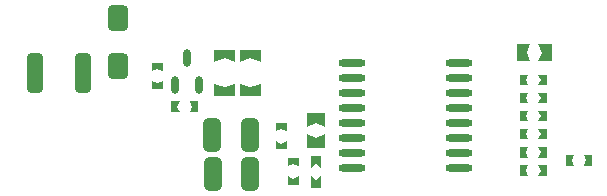
<source format=gtp>
G04 Layer_Color=8421504*
%FSLAX24Y24*%
%MOIN*%
G70*
G01*
G75*
G04:AMPARAMS|DCode=11|XSize=110.2mil|YSize=59.1mil|CornerRadius=14.8mil|HoleSize=0mil|Usage=FLASHONLY|Rotation=90.000|XOffset=0mil|YOffset=0mil|HoleType=Round|Shape=RoundedRectangle|*
%AMROUNDEDRECTD11*
21,1,0.1102,0.0295,0,0,90.0*
21,1,0.0807,0.0591,0,0,90.0*
1,1,0.0295,0.0148,0.0404*
1,1,0.0295,0.0148,-0.0404*
1,1,0.0295,-0.0148,-0.0404*
1,1,0.0295,-0.0148,0.0404*
%
%ADD11ROUNDEDRECTD11*%
G04:AMPARAMS|DCode=12|XSize=133.9mil|YSize=51.2mil|CornerRadius=12.8mil|HoleSize=0mil|Usage=FLASHONLY|Rotation=270.000|XOffset=0mil|YOffset=0mil|HoleType=Round|Shape=RoundedRectangle|*
%AMROUNDEDRECTD12*
21,1,0.1339,0.0256,0,0,270.0*
21,1,0.1083,0.0512,0,0,270.0*
1,1,0.0256,-0.0128,-0.0541*
1,1,0.0256,-0.0128,0.0541*
1,1,0.0256,0.0128,0.0541*
1,1,0.0256,0.0128,-0.0541*
%
%ADD12ROUNDEDRECTD12*%
G04:AMPARAMS|DCode=13|XSize=86.6mil|YSize=68.9mil|CornerRadius=17.2mil|HoleSize=0mil|Usage=FLASHONLY|Rotation=270.000|XOffset=0mil|YOffset=0mil|HoleType=Round|Shape=RoundedRectangle|*
%AMROUNDEDRECTD13*
21,1,0.0866,0.0344,0,0,270.0*
21,1,0.0522,0.0689,0,0,270.0*
1,1,0.0344,-0.0172,-0.0261*
1,1,0.0344,-0.0172,0.0261*
1,1,0.0344,0.0172,0.0261*
1,1,0.0344,0.0172,-0.0261*
%
%ADD13ROUNDEDRECTD13*%
%ADD18O,0.0281X0.0591*%
%ADD20O,0.0906X0.0236*%
G36*
X53583Y33474D02*
X53130D01*
X53258Y33760D01*
X53130Y34045D01*
X53583D01*
Y33474D01*
D02*
G37*
G36*
X52746Y33760D02*
X52874Y33474D01*
X52421D01*
Y34045D01*
X52874D01*
X52746Y33760D01*
D02*
G37*
G36*
X43888Y33445D02*
X43543Y33563D01*
X43199Y33445D01*
Y33858D01*
X43888D01*
Y33445D01*
D02*
G37*
G36*
X43032D02*
X42687Y33563D01*
X42343Y33445D01*
Y33858D01*
X43032D01*
Y33445D01*
D02*
G37*
G36*
X40620Y33150D02*
X40443Y33228D01*
X40266Y33150D01*
Y33425D01*
X40620D01*
Y33150D01*
D02*
G37*
G36*
Y32540D02*
X40266D01*
Y32815D01*
X40443Y32736D01*
X40620Y32815D01*
Y32540D01*
D02*
G37*
G36*
X53415Y32667D02*
X53140D01*
X53218Y32844D01*
X53140Y33022D01*
X53415D01*
Y32667D01*
D02*
G37*
G36*
X52726Y32844D02*
X52805Y32667D01*
X52530D01*
Y33022D01*
X52805D01*
X52726Y32844D01*
D02*
G37*
G36*
X43888Y32303D02*
X43199D01*
Y32717D01*
X43543Y32598D01*
X43888Y32717D01*
Y32303D01*
D02*
G37*
G36*
X43032D02*
X42343D01*
Y32717D01*
X42687Y32598D01*
X43032Y32717D01*
Y32303D01*
D02*
G37*
G36*
X53415Y32067D02*
X53140D01*
X53218Y32244D01*
X53140Y32421D01*
X53415D01*
Y32067D01*
D02*
G37*
G36*
X52726Y32244D02*
X52805Y32067D01*
X52530D01*
Y32421D01*
X52805D01*
X52726Y32244D01*
D02*
G37*
G36*
X41791Y31781D02*
X41516D01*
X41594Y31959D01*
X41516Y32136D01*
X41791D01*
Y31781D01*
D02*
G37*
G36*
X41103Y31959D02*
X41181Y31781D01*
X40906D01*
Y32136D01*
X41181D01*
X41103Y31959D01*
D02*
G37*
G36*
X53415Y31467D02*
X53140D01*
X53218Y31644D01*
X53140Y31821D01*
X53415D01*
Y31467D01*
D02*
G37*
G36*
X52726Y31644D02*
X52805Y31467D01*
X52530D01*
Y31821D01*
X52805D01*
X52726Y31644D01*
D02*
G37*
G36*
X46014Y31289D02*
X45728Y31417D01*
X45443Y31289D01*
Y31742D01*
X46014D01*
Y31289D01*
D02*
G37*
G36*
X44754Y31142D02*
X44577Y31220D01*
X44400Y31142D01*
Y31417D01*
X44754D01*
Y31142D01*
D02*
G37*
G36*
X46014Y30581D02*
X45443D01*
Y31033D01*
X45728Y30906D01*
X46014Y31033D01*
Y30581D01*
D02*
G37*
G36*
X53415Y30866D02*
X53140D01*
X53218Y31043D01*
X53140Y31220D01*
X53415D01*
Y30866D01*
D02*
G37*
G36*
X52726Y31043D02*
X52805Y30866D01*
X52530D01*
Y31220D01*
X52805D01*
X52726Y31043D01*
D02*
G37*
G36*
X44754Y30531D02*
X44400D01*
Y30807D01*
X44577Y30728D01*
X44754Y30807D01*
Y30531D01*
D02*
G37*
G36*
X53415Y30256D02*
X53140D01*
X53218Y30433D01*
X53140Y30610D01*
X53415D01*
Y30256D01*
D02*
G37*
G36*
X52726Y30433D02*
X52805Y30256D01*
X52530D01*
Y30610D01*
X52805D01*
X52726Y30433D01*
D02*
G37*
G36*
X54941Y29990D02*
X54665D01*
X54744Y30167D01*
X54665Y30344D01*
X54941D01*
Y29990D01*
D02*
G37*
G36*
X54252Y30167D02*
X54331Y29990D01*
X54055D01*
Y30344D01*
X54331D01*
X54252Y30167D01*
D02*
G37*
G36*
X45148Y29970D02*
X44970Y30049D01*
X44793Y29970D01*
Y30246D01*
X45148D01*
Y29970D01*
D02*
G37*
G36*
X45906Y29911D02*
X45728Y30030D01*
X45551Y29911D01*
Y30305D01*
X45906D01*
Y29911D01*
D02*
G37*
G36*
X53415Y29646D02*
X53140D01*
X53218Y29823D01*
X53140Y30000D01*
X53415D01*
Y29646D01*
D02*
G37*
G36*
X52726Y29823D02*
X52805Y29646D01*
X52530D01*
Y30000D01*
X52805D01*
X52726Y29823D01*
D02*
G37*
G36*
X45148Y29360D02*
X44793D01*
Y29636D01*
X44970Y29557D01*
X45148Y29636D01*
Y29360D01*
D02*
G37*
G36*
X45906Y29242D02*
X45551D01*
Y29636D01*
X45728Y29518D01*
X45906Y29636D01*
Y29242D01*
D02*
G37*
D11*
X42274Y31014D02*
D03*
X43533D02*
D03*
X42283Y29705D02*
D03*
X43543D02*
D03*
D12*
X36358Y33091D02*
D03*
X37972D02*
D03*
D13*
X39144Y33297D02*
D03*
Y34911D02*
D03*
D18*
X41043Y32682D02*
D03*
X41843D02*
D03*
X41443Y33592D02*
D03*
D20*
X50502Y29904D02*
D03*
Y30404D02*
D03*
Y30904D02*
D03*
Y31404D02*
D03*
Y31904D02*
D03*
Y32404D02*
D03*
Y32904D02*
D03*
Y33404D02*
D03*
X46919Y29904D02*
D03*
Y30404D02*
D03*
Y30904D02*
D03*
Y31404D02*
D03*
Y31904D02*
D03*
Y32404D02*
D03*
Y32904D02*
D03*
Y33404D02*
D03*
M02*

</source>
